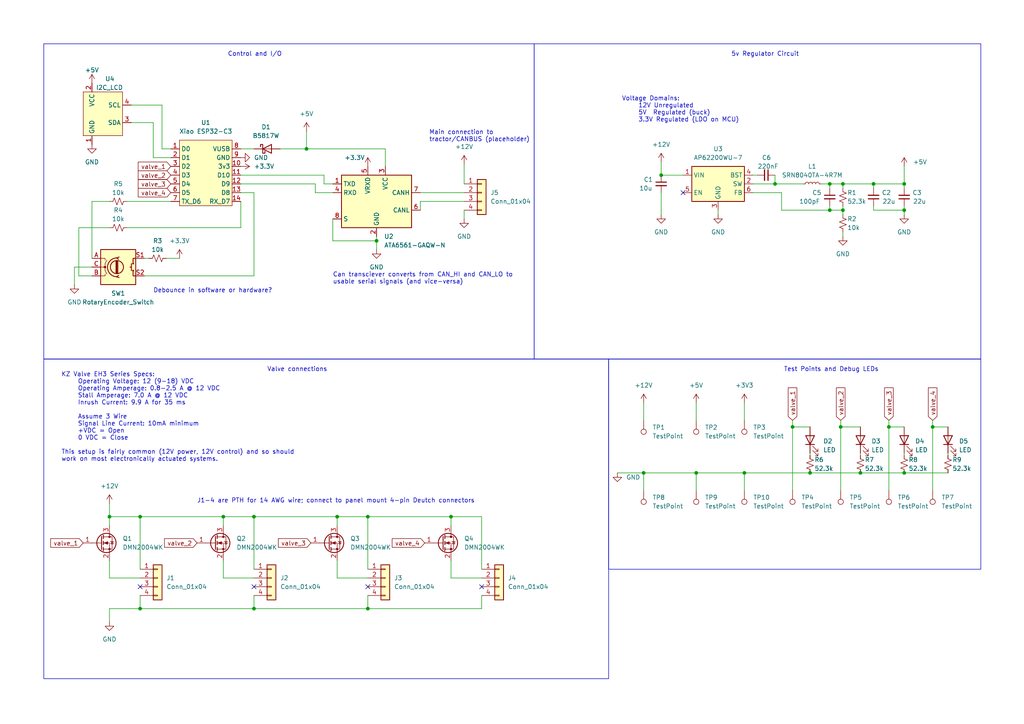
<source format=kicad_sch>
(kicad_sch (version 20230121) (generator eeschema)
  (paper "A4")
  (lib_symbols
    (symbol "Connector:TestPoint" (pin_numbers hide) (pin_names (offset 0.762) hide)
      (property "Reference" "TP" (at 0 6.858 0))
      (property "Value" "TestPoint" (at 0 5.08 0))
      (symbol "TestPoint_0_1"
        (circle (center 0 3.302) (radius 0.762))
      )
      (symbol "TestPoint_1_1"
        (pin passive line (at 0 0 90) (length 2.54) (name "1") (number "1"))
      )
    )
    (symbol "Connector_Generic:Conn_01x04" (pin_names (offset 1.016) hide)
      (property "Reference" "J" (at 0 5.08 0))
      (property "Value" "Conn_01x04" (at 0 -7.62 0))
      (symbol "Conn_01x04_1_1"
        (rectangle (start -1.27 -4.953) (end 0 -5.207) (stroke (width 0.1524)))
        (rectangle (start -1.27 -2.413) (end 0 -2.667) (stroke (width 0.1524)))
        (rectangle (start -1.27 0.127) (end 0 -0.127) (stroke (width 0.1524)))
        (rectangle (start -1.27 2.667) (end 0 2.413) (stroke (width 0.1524)))
        (rectangle (start -1.27 3.81) (end 1.27 -6.35) (stroke (width 0.254)) (fill (type background)))
        (pin passive line (at -5.08 2.54 0) (length 3.81) (name "Pin_1") (number "1"))
        (pin passive line (at -5.08 0 0) (length 3.81) (name "Pin_2") (number "2"))
        (pin passive line (at -5.08 -2.54 0) (length 3.81) (name "Pin_3") (number "3"))
        (pin passive line (at -5.08 -5.08 0) (length 3.81) (name "Pin_4") (number "4"))
      )
    )
    (symbol "Device:C_Small" (pin_numbers hide) (pin_names (offset 0.254) hide)
      (property "Reference" "C" (at 0.254 1.778 0))
      (property "Value" "C_Small" (at 0.254 -2.032 0))
      (symbol "C_Small_0_1"
        (polyline (pts (xy -1.524 -0.508) (xy 1.524 -0.508)) (stroke (width 0.3302)))
        (polyline (pts (xy -1.524 0.508) (xy 1.524 0.508)) (stroke (width 0.3048)))
      )
      (symbol "C_Small_1_1"
        (pin passive line (at 0 2.54 270) (length 2.032) (name "~") (number "1"))
        (pin passive line (at 0 -2.54 90) (length 2.032) (name "~") (number "2"))
      )
    )
    (symbol "Device:LED" (pin_numbers hide) (pin_names (offset 1.016) hide)
      (property "Reference" "D" (at 0 2.54 0))
      (property "Value" "LED" (at 0 -2.54 0))
      (symbol "LED_0_1"
        (polyline (pts (xy -1.27 -1.27) (xy -1.27 1.27)) (stroke (width 0.254)))
        (polyline (pts (xy -1.27 0) (xy 1.27 0)))
        (polyline (pts (xy 1.27 -1.27) (xy 1.27 1.27) (xy -1.27 0) (xy 1.27 -1.27)) (stroke (width 0.254)))
        (polyline (pts (xy -3.048 -0.762) (xy -4.572 -2.286) (xy -3.81 -2.286) (xy -4.572 -2.286) (xy -4.572 -1.524)))
        (polyline (pts (xy -1.778 -0.762) (xy -3.302 -2.286) (xy -2.54 -2.286) (xy -3.302 -2.286) (xy -3.302 -1.524)))
      )
      (symbol "LED_1_1"
        (pin passive line (at -3.81 0 0) (length 2.54) (name "K") (number "1"))
        (pin passive line (at 3.81 0 180) (length 2.54) (name "A") (number "2"))
      )
    )
    (symbol "Device:L_Small" (pin_numbers hide) (pin_names (offset 0.254) hide)
      (property "Reference" "L" (at 0.762 1.016 0))
      (property "Value" "L_Small" (at 0.762 -1.016 0))
      (symbol "L_Small_0_1"
        (arc (start 0 -2.032) (mid 0.5058 -1.524) (end 0 -1.016))
        (arc (start 0 -1.016) (mid 0.5058 -0.508) (end 0 0))
        (arc (start 0 0) (mid 0.5058 0.508) (end 0 1.016))
        (arc (start 0 1.016) (mid 0.5058 1.524) (end 0 2.032))
      )
      (symbol "L_Small_1_1"
        (pin passive line (at 0 2.54 270) (length 0.508) (name "~") (number "1"))
        (pin passive line (at 0 -2.54 90) (length 0.508) (name "~") (number "2"))
      )
    )
    (symbol "Device:R_Small_US" (pin_numbers hide) (pin_names (offset 0.254) hide)
      (property "Reference" "R" (at 0.762 0.508 0))
      (property "Value" "R_Small_US" (at 0.762 -1.016 0))
      (symbol "R_Small_US_1_1"
        (polyline (pts (xy 0 0) (xy 1.016 -0.381) (xy 0 -0.762) (xy -1.016 -1.143) (xy 0 -1.524)))
        (polyline (pts (xy 0 1.524) (xy 1.016 1.143) (xy 0 0.762) (xy -1.016 0.381) (xy 0 0)))
        (pin passive line (at 0 2.54 270) (length 1.016) (name "~") (number "1"))
        (pin passive line (at 0 -2.54 90) (length 1.016) (name "~") (number "2"))
      )
    )
    (symbol "Device:RotaryEncoder_Switch" (pin_names (offset 0.254) hide)
      (property "Reference" "SW" (at 0 6.604 0))
      (property "Value" "RotaryEncoder_Switch" (at 0 -6.604 0))
      (symbol "RotaryEncoder_Switch_0_1"
        (rectangle (start -5.08 5.08) (end 5.08 -5.08) (stroke (width 0.254)) (fill (type background)))
        (circle (center -3.81 0) (radius 0.254) (fill (type outline)))
        (circle (center -0.381 0) (radius 1.905) (stroke (width 0.254)))
        (arc (start -0.381 2.667) (mid -3.0988 -0.0635) (end -0.381 -2.794) (stroke (width 0.254)))
        (polyline (pts (xy -0.635 -1.778) (xy -0.635 1.778)) (stroke (width 0.254)))
        (polyline (pts (xy -0.381 -1.778) (xy -0.381 1.778)) (stroke (width 0.254)))
        (polyline (pts (xy -0.127 1.778) (xy -0.127 -1.778)) (stroke (width 0.254)))
        (polyline (pts (xy 3.81 0) (xy 3.429 0)) (stroke (width 0.254)))
        (polyline (pts (xy 3.81 1.016) (xy 3.81 -1.016)) (stroke (width 0.254)))
        (polyline (pts (xy -5.08 -2.54) (xy -3.81 -2.54) (xy -3.81 -2.032)))
        (polyline (pts (xy -5.08 2.54) (xy -3.81 2.54) (xy -3.81 2.032)))
        (polyline (pts (xy 0.254 -3.048) (xy -0.508 -2.794) (xy 0.127 -2.413)) (stroke (width 0.254)))
        (polyline (pts (xy 0.254 2.921) (xy -0.508 2.667) (xy 0.127 2.286)) (stroke (width 0.254)))
        (polyline (pts (xy 5.08 -2.54) (xy 4.318 -2.54) (xy 4.318 -1.016)) (stroke (width 0.254)))
        (polyline (pts (xy 5.08 2.54) (xy 4.318 2.54) (xy 4.318 1.016)) (stroke (width 0.254)))
        (polyline (pts (xy -5.08 0) (xy -3.81 0) (xy -3.81 -1.016) (xy -3.302 -2.032)))
        (polyline (pts (xy -4.318 0) (xy -3.81 0) (xy -3.81 1.016) (xy -3.302 2.032)))
        (circle (center 4.318 -1.016) (radius 0.127) (stroke (width 0.254)))
        (circle (center 4.318 1.016) (radius 0.127) (stroke (width 0.254)))
      )
      (symbol "RotaryEncoder_Switch_1_1"
        (pin passive line (at -7.62 2.54 0) (length 2.54) (name "A") (number "A"))
        (pin passive line (at -7.62 -2.54 0) (length 2.54) (name "B") (number "B"))
        (pin passive line (at -7.62 0 0) (length 2.54) (name "C") (number "C"))
        (pin passive line (at 7.62 2.54 180) (length 2.54) (name "S1") (number "S1"))
        (pin passive line (at 7.62 -2.54 180) (length 2.54) (name "S2") (number "S2"))
      )
    )
    (symbol "Diode:1N5817" (pin_numbers hide) (pin_names (offset 1.016) hide)
      (property "Reference" "D" (at 0 2.54 0))
      (property "Value" "1N5817" (at 0 -2.54 0))
      (symbol "1N5817_0_1"
        (polyline (pts (xy 1.27 0) (xy -1.27 0)))
        (polyline (pts (xy 1.27 1.27) (xy 1.27 -1.27) (xy -1.27 0) (xy 1.27 1.27)) (stroke (width 0.254)))
        (polyline (pts (xy -1.905 0.635) (xy -1.905 1.27) (xy -1.27 1.27) (xy -1.27 -1.27) (xy -0.635 -1.27) (xy -0.635 -0.635)) (stroke (width 0.254)))
      )
      (symbol "1N5817_1_1"
        (pin passive line (at -3.81 0 0) (length 2.54) (name "K") (number "1"))
        (pin passive line (at 3.81 0 180) (length 2.54) (name "A") (number "2"))
      )
    )
    (symbol "Imported_Parts:I2C_LCD"
      (property "Reference" "U" (at 0 7.62 0))
      (symbol "I2C_LCD_1_1"
        (rectangle (start -5.08 6.35) (end 6.35 -6.35) (fill (type background)))
        (pin power_in line (at -2.54 -8.89 90) (length 2.54) (name "GND") (number "1"))
        (pin power_in line (at -2.54 8.89 270) (length 2.54) (name "VCC") (number "2"))
        (pin bidirectional line (at 8.89 -2.54 180) (length 2.54) (name "SDA") (number "3"))
        (pin bidirectional line (at 8.89 2.54 180) (length 2.54) (name "SCL") (number "4"))
      )
    )
    (symbol "Imported_Parts:XIAO_ESP32-C3"
      (property "Reference" "U" (at 0 2.54 0))
      (property "Value" "Xiao ESP32-C3" (at 0 0 0))
      (symbol "XIAO_ESP32-C3_1_1"
        (rectangle (start -7.62 -1.27) (end 7.62 -20.32) (fill (type background)))
        (pin bidirectional line (at -10.16 -3.81 0) (length 2.54) (name "D0") (number "1"))
        (pin bidirectional line (at 10.16 -8.89 180) (length 2.54) (name "3v3") (number "10"))
        (pin bidirectional line (at 10.16 -11.43 180) (length 2.54) (name "D10") (number "11"))
        (pin bidirectional line (at 10.16 -13.97 180) (length 2.54) (name "D9") (number "12"))
        (pin bidirectional line (at 10.16 -16.51 180) (length 2.54) (name "D8") (number "13"))
        (pin bidirectional line (at 10.16 -19.05 180) (length 2.54) (name "RX_D7") (number "14"))
        (pin bidirectional line (at -10.16 -6.35 0) (length 2.54) (name "D1") (number "2"))
        (pin bidirectional line (at -10.16 -8.89 0) (length 2.54) (name "D2") (number "3"))
        (pin bidirectional line (at -10.16 -11.43 0) (length 2.54) (name "D3") (number "4"))
        (pin bidirectional line (at -10.16 -13.97 0) (length 2.54) (name "D4") (number "5"))
        (pin bidirectional line (at -10.16 -16.51 0) (length 2.54) (name "D5") (number "6"))
        (pin bidirectional line (at -10.16 -19.05 0) (length 2.54) (name "TX_D6") (number "7"))
        (pin bidirectional line (at 10.16 -3.81 180) (length 2.54) (name "VUSB") (number "8"))
        (pin bidirectional line (at 10.16 -6.35 180) (length 2.54) (name "GND") (number "9"))
      )
    )
    (symbol "Interface_CAN_LIN:SN65HVD256D"
      (property "Reference" "U" (at -8.89 8.89 0))
      (property "Value" "SN65HVD256D" (at 2.54 8.89 0))
      (symbol "SN65HVD256D_0_1"
        (rectangle (start -10.16 7.62) (end 10.16 -7.62) (stroke (width 0.254)) (fill (type background)))
      )
      (symbol "SN65HVD256D_1_1"
        (pin input line (at -12.7 5.08 0) (length 2.54) (name "TXD") (number "1"))
        (pin power_in line (at 0 -10.16 90) (length 2.54) (name "GND") (number "2"))
        (pin power_in line (at 2.54 10.16 270) (length 2.54) (name "VCC") (number "3"))
        (pin output line (at -12.7 2.54 0) (length 2.54) (name "RXD") (number "4"))
        (pin power_in line (at -2.54 10.16 270) (length 2.54) (name "VRXD") (number "5"))
        (pin bidirectional line (at 12.7 -2.54 180) (length 2.54) (name "CANL") (number "6"))
        (pin bidirectional line (at 12.7 2.54 180) (length 2.54) (name "CANH") (number "7"))
        (pin input line (at -12.7 -5.08 0) (length 2.54) (name "S") (number "8"))
      )
    )
    (symbol "Regulator_Switching:AP62250Z6"
      (property "Reference" "U3" (at 0 10.16 0))
      (property "Value" "AP62200WU-7" (at 0 7.62 0))
      (symbol "AP62250Z6_0_1"
        (rectangle (start -7.62 5.08) (end 7.62 -5.08) (stroke (width 0.254)) (fill (type background)))
      )
      (symbol "AP62250Z6_1_1"
        (pin power_in line (at -10.16 2.54 0) (length 2.54) (name "VIN") (number "1"))
        (pin output line (at 10.16 0 180) (length 2.54) (name "SW") (number "2"))
        (pin power_in line (at 0 -7.62 90) (length 2.54) (name "GND") (number "3"))
        (pin passive line (at 10.16 2.54 180) (length 2.54) (name "BST") (number "4"))
        (pin input line (at -10.16 -2.54 0) (length 2.54) (name "EN") (number "5"))
        (pin input line (at 10.16 -2.54 180) (length 2.54) (name "FB") (number "6"))
      )
    )
    (symbol "Transistor_FET:2N7002H" (pin_names hide)
      (property "Reference" "Q" (at 5.08 1.905 0))
      (property "Value" "2N7002H" (at 5.08 0 0))
      (symbol "2N7002H_0_1"
        (polyline (pts (xy 0.254 0) (xy -2.54 0)))
        (polyline (pts (xy 0.254 1.905) (xy 0.254 -1.905)) (stroke (width 0.254)))
        (polyline (pts (xy 0.762 -1.27) (xy 0.762 -2.286)) (stroke (width 0.254)))
        (polyline (pts (xy 0.762 0.508) (xy 0.762 -0.508)) (stroke (width 0.254)))
        (polyline (pts (xy 0.762 2.286) (xy 0.762 1.27)) (stroke (width 0.254)))
        (polyline (pts (xy 2.54 2.54) (xy 2.54 1.778)))
        (polyline (pts (xy 2.54 -2.54) (xy 2.54 0) (xy 0.762 0)))
        (polyline (pts (xy 0.762 -1.778) (xy 3.302 -1.778) (xy 3.302 1.778) (xy 0.762 1.778)))
        (polyline (pts (xy 1.016 0) (xy 2.032 0.381) (xy 2.032 -0.381) (xy 1.016 0)) (fill (type outline)))
        (polyline (pts (xy 2.794 0.508) (xy 2.921 0.381) (xy 3.683 0.381) (xy 3.81 0.254)))
        (polyline (pts (xy 3.302 0.381) (xy 2.921 -0.254) (xy 3.683 -0.254) (xy 3.302 0.381)))
        (circle (center 1.651 0) (radius 2.794) (stroke (width 0.254)))
        (circle (center 2.54 -1.778) (radius 0.254) (fill (type outline)))
        (circle (center 2.54 1.778) (radius 0.254) (fill (type outline)))
      )
      (symbol "2N7002H_1_1"
        (pin input line (at -5.08 0 0) (length 2.54) (name "G") (number "1"))
        (pin passive line (at 2.54 -5.08 90) (length 2.54) (name "S") (number "2"))
        (pin passive line (at 2.54 5.08 270) (length 2.54) (name "D") (number "3"))
      )
    )
    (symbol "power:+12V" (power) (pin_names (offset 0))
      (property "Value" "+12V" (at 0 3.556 0))
      (symbol "+12V_0_1"
        (polyline (pts (xy -0.762 1.27) (xy 0 2.54)))
        (polyline (pts (xy 0 0) (xy 0 2.54)))
        (polyline (pts (xy 0 2.54) (xy 0.762 1.27)))
      )
      (symbol "+12V_1_1"
        (pin power_in line (at 0 0 90) (length 0) hide (name "+12V") (number "1"))
      )
    )
    (symbol "power:+3.3V" (power) (pin_names (offset 0))
      (property "Value" "+3.3V" (at 0 3.556 0))
      (symbol "+3.3V_0_1"
        (polyline (pts (xy -0.762 1.27) (xy 0 2.54)))
        (polyline (pts (xy 0 0) (xy 0 2.54)))
        (polyline (pts (xy 0 2.54) (xy 0.762 1.27)))
      )
      (symbol "+3.3V_1_1"
        (pin power_in line (at 0 0 90) (length 0) hide (name "+3.3V") (number "1"))
      )
    )
    (symbol "power:+3V3" (power) (pin_names (offset 0))
      (property "Value" "+3V3" (at 0 3.556 0))
      (symbol "+3V3_0_1"
        (polyline (pts (xy -0.762 1.27) (xy 0 2.54)))
        (polyline (pts (xy 0 0) (xy 0 2.54)))
        (polyline (pts (xy 0 2.54) (xy 0.762 1.27)))
      )
      (symbol "+3V3_1_1"
        (pin power_in line (at 0 0 90) (length 0) hide (name "+3V3") (number "1"))
      )
    )
    (symbol "power:+5V" (power) (pin_names (offset 0))
      (property "Value" "+5V" (at 0 3.556 0))
      (symbol "+5V_0_1"
        (polyline (pts (xy -0.762 1.27) (xy 0 2.54)))
        (polyline (pts (xy 0 0) (xy 0 2.54)))
        (polyline (pts (xy 0 2.54) (xy 0.762 1.27)))
      )
      (symbol "+5V_1_1"
        (pin power_in line (at 0 0 90) (length 0) hide (name "+5V") (number "1"))
      )
    )
    (symbol "power:GND" (power) (pin_names (offset 0))
      (property "Value" "GND" (at 0 -3.81 0))
      (symbol "GND_0_1"
        (polyline (pts (xy 0 0) (xy 0 -1.27) (xy 1.27 -1.27) (xy 0 -2.54) (xy -1.27 -1.27) (xy 0 -1.27)))
      )
      (symbol "GND_1_1"
        (pin power_in line (at 0 0 270) (length 0) hide (name "GND") (number "1"))
      )
    )
  )
  (junction (at 215.9 137.16))
  (junction (at 240.665 53.34))
  (junction (at 40.64 176.53))
  (junction (at 234.95 137.16))
  (junction (at 64.77 149.86))
  (junction (at 106.68 176.53))
  (junction (at 262.255 53.34))
  (junction (at 262.255 60.96))
  (junction (at 240.665 60.96))
  (junction (at 106.68 149.86))
  (junction (at 270.51 123.825))
  (junction (at 31.75 149.86))
  (junction (at 191.77 50.8))
  (junction (at 40.64 149.86))
  (junction (at 130.81 149.86))
  (junction (at 244.475 53.34))
  (junction (at 109.22 69.85))
  (junction (at 88.9 43.18))
  (junction (at 97.79 149.86))
  (junction (at 253.365 53.34))
  (junction (at 224.79 53.34))
  (junction (at 229.87 123.825))
  (junction (at 73.66 149.86))
  (junction (at 243.84 123.825))
  (junction (at 73.66 176.53))
  (junction (at 186.69 137.16))
  (junction (at 244.475 60.96))
  (junction (at 262.255 137.16))
  (junction (at 257.81 123.825))
  (junction (at 249.555 137.16))
  (junction (at 201.93 137.16))
  (no_connect (at 40.64 170.18))
  (no_connect (at 73.66 170.18))
  (no_connect (at 106.68 170.18))
  (no_connect (at 139.7 170.18))
  (no_connect (at 198.12 55.88))
  (wire (pts (xy 97.79 149.86) (xy 106.68 149.86)))
  (wire (pts (xy 270.51 123.825) (xy 270.51 121.92)))
  (wire (pts (xy 253.365 53.34) (xy 262.255 53.34)))
  (wire (pts (xy 240.665 53.34) (xy 244.475 53.34)))
  (wire (pts (xy 270.51 142.24) (xy 270.51 123.825)))
  (wire (pts (xy 262.255 53.34) (xy 262.255 54.61)))
  (wire (pts (xy 36.83 66.04) (xy 69.85 66.04)))
  (wire (pts (xy 243.84 142.24) (xy 243.84 123.825)))
  (wire (pts (xy 96.52 69.85) (xy 109.22 69.85)))
  (wire (pts (xy 240.665 53.34) (xy 240.665 54.61)))
  (wire (pts (xy 130.81 149.86) (xy 139.7 149.86)))
  (wire (pts (xy 88.9 43.18) (xy 111.76 43.18)))
  (wire (pts (xy 130.81 162.56) (xy 130.81 167.64)))
  (wire (pts (xy 40.64 176.53) (xy 73.66 176.53)))
  (wire (pts (xy 44.45 45.72) (xy 49.53 45.72)))
  (wire (pts (xy 73.66 55.88) (xy 73.66 80.01)))
  (wire (pts (xy 257.81 123.825) (xy 257.81 121.92)))
  (wire (pts (xy 215.9 137.16) (xy 215.9 142.24)))
  (wire (pts (xy 44.45 35.56) (xy 44.45 45.72)))
  (wire (pts (xy 31.75 149.86) (xy 40.64 149.86)))
  (wire (pts (xy 69.85 43.18) (xy 73.66 43.18)))
  (wire (pts (xy 186.69 137.16) (xy 186.69 142.24)))
  (wire (pts (xy 31.75 180.34) (xy 31.75 176.53)))
  (wire (pts (xy 191.77 55.88) (xy 191.77 62.23)))
  (wire (pts (xy 64.77 162.56) (xy 64.77 167.64)))
  (wire (pts (xy 244.475 53.34) (xy 253.365 53.34)))
  (wire (pts (xy 257.81 142.24) (xy 257.81 123.825)))
  (wire (pts (xy 46.99 43.18) (xy 49.53 43.18)))
  (wire (pts (xy 253.365 60.96) (xy 262.255 60.96)))
  (wire (pts (xy 111.76 43.18) (xy 111.76 48.26)))
  (wire (pts (xy 31.75 167.64) (xy 40.64 167.64)))
  (wire (pts (xy 186.69 116.84) (xy 186.69 121.92)))
  (wire (pts (xy 191.77 50.8) (xy 198.12 50.8)))
  (wire (pts (xy 226.695 55.88) (xy 226.695 60.96)))
  (wire (pts (xy 26.67 80.01) (xy 22.86 80.01)))
  (wire (pts (xy 73.66 80.01) (xy 41.91 80.01)))
  (wire (pts (xy 208.28 62.23) (xy 208.28 60.96)))
  (wire (pts (xy 238.125 53.34) (xy 240.665 53.34)))
  (wire (pts (xy 240.665 60.96) (xy 244.475 60.96)))
  (wire (pts (xy 130.81 149.86) (xy 130.81 152.4)))
  (wire (pts (xy 38.1 35.56) (xy 44.45 35.56)))
  (wire (pts (xy 229.87 123.825) (xy 234.95 123.825)))
  (wire (pts (xy 106.68 176.53) (xy 106.68 172.72)))
  (wire (pts (xy 218.44 53.34) (xy 224.79 53.34)))
  (wire (pts (xy 73.66 176.53) (xy 106.68 176.53)))
  (wire (pts (xy 262.255 48.26) (xy 262.255 53.34)))
  (wire (pts (xy 40.64 176.53) (xy 40.64 172.72)))
  (wire (pts (xy 218.44 55.88) (xy 226.695 55.88)))
  (wire (pts (xy 229.87 142.24) (xy 229.87 123.825)))
  (wire (pts (xy 201.93 116.84) (xy 201.93 121.92)))
  (wire (pts (xy 244.475 67.31) (xy 244.475 68.58)))
  (wire (pts (xy 106.68 149.86) (xy 106.68 165.1)))
  (wire (pts (xy 186.69 137.16) (xy 201.93 137.16)))
  (wire (pts (xy 88.9 38.1) (xy 88.9 43.18)))
  (wire (pts (xy 31.75 149.86) (xy 31.75 152.4)))
  (wire (pts (xy 91.44 53.34) (xy 69.85 53.34)))
  (wire (pts (xy 97.79 167.64) (xy 106.68 167.64)))
  (wire (pts (xy 262.255 60.96) (xy 262.255 59.69)))
  (wire (pts (xy 134.62 47.625) (xy 134.62 53.34)))
  (wire (pts (xy 93.98 53.34) (xy 96.52 53.34)))
  (wire (pts (xy 121.92 58.42) (xy 121.92 60.96)))
  (wire (pts (xy 26.67 58.42) (xy 31.75 58.42)))
  (wire (pts (xy 52.07 74.93) (xy 48.26 74.93)))
  (wire (pts (xy 234.95 137.16) (xy 249.555 137.16)))
  (wire (pts (xy 22.86 66.04) (xy 31.75 66.04)))
  (wire (pts (xy 73.66 176.53) (xy 73.66 172.72)))
  (wire (pts (xy 257.81 123.825) (xy 262.255 123.825)))
  (wire (pts (xy 191.77 46.99) (xy 191.77 50.8)))
  (wire (pts (xy 244.475 60.96) (xy 244.475 62.23)))
  (wire (pts (xy 226.695 60.96) (xy 240.665 60.96)))
  (wire (pts (xy 249.555 131.445) (xy 249.555 132.08)))
  (wire (pts (xy 253.365 53.34) (xy 253.365 54.61)))
  (wire (pts (xy 121.92 58.42) (xy 134.62 58.42)))
  (wire (pts (xy 240.665 60.96) (xy 240.665 59.69)))
  (wire (pts (xy 69.85 50.8) (xy 93.98 50.8)))
  (wire (pts (xy 91.44 55.88) (xy 91.44 53.34)))
  (wire (pts (xy 31.75 176.53) (xy 40.64 176.53)))
  (wire (pts (xy 64.77 167.64) (xy 73.66 167.64)))
  (wire (pts (xy 262.255 131.445) (xy 262.255 132.08)))
  (wire (pts (xy 97.79 162.56) (xy 97.79 167.64)))
  (wire (pts (xy 64.77 149.86) (xy 73.66 149.86)))
  (wire (pts (xy 109.22 68.58) (xy 109.22 69.85)))
  (wire (pts (xy 218.44 50.8) (xy 219.71 50.8)))
  (wire (pts (xy 106.68 149.86) (xy 130.81 149.86)))
  (wire (pts (xy 215.9 137.16) (xy 234.95 137.16)))
  (wire (pts (xy 234.95 131.445) (xy 234.95 132.08)))
  (wire (pts (xy 81.28 43.18) (xy 88.9 43.18)))
  (wire (pts (xy 73.66 149.86) (xy 73.66 165.1)))
  (wire (pts (xy 46.99 30.48) (xy 46.99 43.18)))
  (wire (pts (xy 215.9 116.84) (xy 215.9 121.92)))
  (wire (pts (xy 73.66 149.86) (xy 97.79 149.86)))
  (wire (pts (xy 270.51 123.825) (xy 274.955 123.825)))
  (wire (pts (xy 130.81 167.64) (xy 139.7 167.64)))
  (wire (pts (xy 262.255 137.16) (xy 274.955 137.16)))
  (wire (pts (xy 38.1 30.48) (xy 46.99 30.48)))
  (wire (pts (xy 96.52 55.88) (xy 91.44 55.88)))
  (wire (pts (xy 249.555 137.16) (xy 262.255 137.16)))
  (wire (pts (xy 26.67 74.93) (xy 26.67 58.42)))
  (wire (pts (xy 244.475 53.34) (xy 244.475 54.61)))
  (wire (pts (xy 31.75 162.56) (xy 31.75 167.64)))
  (wire (pts (xy 106.68 176.53) (xy 139.7 176.53)))
  (wire (pts (xy 26.67 77.47) (xy 21.59 77.47)))
  (wire (pts (xy 31.75 146.05) (xy 31.75 149.86)))
  (wire (pts (xy 139.7 176.53) (xy 139.7 172.72)))
  (wire (pts (xy 109.22 69.85) (xy 109.22 72.39)))
  (wire (pts (xy 244.475 60.96) (xy 244.475 59.69)))
  (wire (pts (xy 229.87 123.825) (xy 229.87 121.92)))
  (wire (pts (xy 64.77 149.86) (xy 64.77 152.4)))
  (wire (pts (xy 134.62 60.96) (xy 134.62 63.5)))
  (wire (pts (xy 36.83 58.42) (xy 49.53 58.42)))
  (wire (pts (xy 274.955 131.445) (xy 274.955 132.08)))
  (wire (pts (xy 121.92 55.88) (xy 134.62 55.88)))
  (wire (pts (xy 96.52 63.5) (xy 96.52 69.85)))
  (wire (pts (xy 224.79 53.34) (xy 233.045 53.34)))
  (wire (pts (xy 69.85 55.88) (xy 73.66 55.88)))
  (wire (pts (xy 40.64 149.86) (xy 40.64 165.1)))
  (wire (pts (xy 224.79 53.34) (xy 224.79 50.8)))
  (wire (pts (xy 139.7 165.1) (xy 139.7 149.86)))
  (wire (pts (xy 21.59 77.47) (xy 21.59 82.55)))
  (wire (pts (xy 22.86 80.01) (xy 22.86 66.04)))
  (wire (pts (xy 253.365 59.69) (xy 253.365 60.96)))
  (wire (pts (xy 41.91 74.93) (xy 43.18 74.93)))
  (wire (pts (xy 40.64 149.86) (xy 64.77 149.86)))
  (wire (pts (xy 201.93 137.16) (xy 201.93 142.24)))
  (wire (pts (xy 201.93 137.16) (xy 215.9 137.16)))
  (wire (pts (xy 179.07 137.16) (xy 186.69 137.16)))
  (wire (pts (xy 243.84 123.825) (xy 249.555 123.825)))
  (wire (pts (xy 97.79 149.86) (xy 97.79 152.4)))
  (wire (pts (xy 243.84 123.825) (xy 243.84 121.92)))
  (wire (pts (xy 262.255 60.96) (xy 262.255 62.23)))
  (wire (pts (xy 93.98 50.8) (xy 93.98 53.34)))
  (wire (pts (xy 69.85 66.04) (xy 69.85 58.42)))
  (rectangle (start 12.7 104.14) (end 176.53 196.85))
  (rectangle (start 12.7 12.7) (end 154.94 104.14))
  (rectangle (start 154.94 12.7) (end 284.48 104.14))
  (rectangle (start 176.53 104.14) (end 284.48 165.1))
  (text "Debounce in software or hardware?\n" (at 44.45 85.09 0) (effects (font (size 1.27 1.27)) (justify left bottom)))
  (text "Valve connections\n" (at 77.47 107.95 0) (effects (font (size 1.27 1.27)) (justify left bottom)))
  (text "5v Regulator Circuit" (at 212.09 16.51 0) (effects (font (size 1.27 1.27)) (justify left bottom)))
  (text "KZ Valve EH3 Series Specs:\n	Operating Voltage: 12 (9-18) VDC\n	Operating Amperage: 0.8-2.5 A @ 12 VDC\n	Stall Amperage: 7.0 A @ 12 VDC\n	Inrush Current: 9.9 A for 35 ms\n\n	Assume 3 Wire\n	Signal Line Current: 10mA minimum\n	+VDC = Open\n	0 VDC = Close\n\nThis setup is fairly common (12V power, 12V control) and so should\nwork on most electronically actuated systems." (at 17.78 133.985 0) (effects (font (size 1.27 1.27)) (justify left bottom)))
  (text "Control and I/O" (at 66.04 16.51 0) (effects (font (size 1.27 1.27)) (justify left bottom)))
  (text "Voltage Domains:\n	12V Unregulated\n	5V  Regulated (buck)\n	3.3V Regulated (LDO on MCU)" (at 180.34 35.56 0) (effects (font (size 1.27 1.27)) (justify left bottom)))
  (text "Can transciever converts from CAN_HI and CAN_LO to\nusable serial signals (and vice-versa)" (at 96.52 82.55 0) (effects (font (size 1.27 1.27)) (justify left bottom)))
  (text "Main connection to\ntractor/CANBUS (placeholder)" (at 124.46 41.275 0) (effects (font (size 1.27 1.27)) (justify left bottom)))
  (text "J1-4 are PTH for 14 AWG wire; connect to panel mount 4-pin Deutch connectors" (at 57.15 146.05 0) (effects (font (size 1.27 1.27)) (justify left bottom)))
  (text "Test Points and Debug LEDs" (at 227.33 107.95 0) (effects (font (size 1.27 1.27)) (justify left bottom)))
  (global_label "valve_3" (shape input) (at 49.53 53.34 180) (property "Intersheetrefs" "${INTERSHEET_REFS}" (effects hide)))
  (global_label "valve_2" (shape input) (at 243.84 121.92 90) (property "Intersheetrefs" "${INTERSHEET_REFS}" (effects hide)))
  (global_label "valve_1" (shape input) (at 24.13 157.48 180) (property "Intersheetrefs" "${INTERSHEET_REFS}" (effects hide)))
  (global_label "valve_1" (shape input) (at 229.87 121.92 90) (property "Intersheetrefs" "${INTERSHEET_REFS}" (effects hide)))
  (global_label "valve_3" (shape input) (at 90.17 157.48 180) (property "Intersheetrefs" "${INTERSHEET_REFS}" (effects hide)))
  (global_label "valve_1" (shape input) (at 49.53 48.26 180) (property "Intersheetrefs" "${INTERSHEET_REFS}" (effects hide)))
  (global_label "valve_2" (shape input) (at 49.53 50.8 180) (property "Intersheetrefs" "${INTERSHEET_REFS}" (effects hide)))
  (global_label "valve_4" (shape input) (at 270.51 121.92 90) (property "Intersheetrefs" "${INTERSHEET_REFS}" (effects hide)))
  (global_label "valve_4" (shape input) (at 123.19 157.48 180) (property "Intersheetrefs" "${INTERSHEET_REFS}" (effects hide)))
  (global_label "valve_4" (shape input) (at 49.53 55.88 180) (property "Intersheetrefs" "${INTERSHEET_REFS}" (effects hide)))
  (global_label "valve_2" (shape input) (at 57.15 157.48 180) (property "Intersheetrefs" "${INTERSHEET_REFS}" (effects hide)))
  (global_label "valve_3" (shape input) (at 257.81 121.92 90) (property "Intersheetrefs" "${INTERSHEET_REFS}" (effects hide)))
  (symbol (lib_id "power:+12V") (at 186.69 116.84 0) (unit 1)
    (property "Reference" "#PWR016" (effects hide))
    (property "Value" "+12V" (at 186.69 111.76 0))
  )
  (symbol (lib_id "Device:R_Small_US") (at 34.29 58.42 90) (unit 1)
    (property "Reference" "R5" (at 34.29 53.34 90))
    (property "Value" "10k" (at 34.29 55.88 90))
    (property "Footprint" "Resistor_SMD:R_1206_3216Metric_Pad1.30x1.75mm_HandSolder" (effects hide))
  )
  (symbol (lib_id "power:+5V") (at 201.93 116.84 0) (unit 1)
    (property "Reference" "#PWR017" (effects hide))
    (property "Value" "+5V" (at 201.93 111.76 0))
  )
  (symbol (lib_id "power:GND") (at 191.77 62.23 0) (unit 1)
    (property "Reference" "#PWR04" (effects hide))
    (property "Value" "GND" (at 191.77 67.31 0))
  )
  (symbol (lib_id "Device:C_Small") (at 191.77 53.34 0) (unit 1)
    (property "Reference" "C1" (at 186.69 52.07 0) (effects (justify left)))
    (property "Value" "10u" (at 185.42 54.61 0) (effects (justify left)))
    (property "Footprint" "Capacitor_SMD:C_0805_2012Metric_Pad1.18x1.45mm_HandSolder" (effects hide))
  )
  (symbol (lib_id "power:GND") (at 179.07 137.16 0) (unit 1)
    (property "Reference" "#PWR021" (effects hide))
    (property "Value" "GND" (at 181.61 138.43 0) (effects (justify left)))
  )
  (symbol (lib_id "power:GND") (at 244.475 68.58 0) (unit 1)
    (property "Reference" "#PWR06" (effects hide))
    (property "Value" "GND" (at 244.475 73.66 0))
  )
  (symbol (lib_id "power:+12V") (at 134.62 47.625 0) (unit 1)
    (property "Reference" "#PWR022" (effects hide))
    (property "Value" "+12V" (at 134.62 42.545 0))
  )
  (symbol (lib_id "power:+12V") (at 31.75 146.05 0) (unit 1)
    (property "Reference" "#PWR019" (effects hide))
    (property "Value" "+12V" (at 31.75 140.97 0))
  )
  (symbol (lib_id "power:GND") (at 69.85 45.72 90) (unit 1)
    (property "Reference" "#PWR09" (effects hide))
    (property "Value" "GND" (at 73.66 45.72 90) (effects (justify right)))
  )
  (symbol (lib_id "Device:R_Small_US") (at 45.72 74.93 90) (unit 1)
    (property "Reference" "R3" (at 45.72 69.85 90))
    (property "Value" "10k" (at 45.72 72.39 90))
    (property "Footprint" "Resistor_SMD:R_1206_3216Metric_Pad1.30x1.75mm_HandSolder" (effects hide))
  )
  (symbol (lib_id "Connector:TestPoint") (at 229.87 142.24 180) (unit 1)
    (property "Reference" "TP4" (at 232.41 144.272 0) (effects (justify right)))
    (property "Value" "TestPoint" (at 232.41 146.812 0) (effects (justify right)))
    (property "Footprint" "TestPoint:TestPoint_Pad_D2.0mm" (effects hide))
  )
  (symbol (lib_id "Connector:TestPoint") (at 186.69 121.92 180) (unit 1)
    (property "Reference" "TP1" (at 189.23 123.952 0) (effects (justify right)))
    (property "Value" "TestPoint" (at 189.23 126.492 0) (effects (justify right)))
    (property "Footprint" "TestPoint:TestPoint_Pad_D2.0mm" (effects hide))
  )
  (symbol (lib_id "power:+5V") (at 88.9 38.1 0) (unit 1)
    (property "Reference" "#PWR01" (effects hide))
    (property "Value" "+5V" (at 88.9 33.02 0))
  )
  (symbol (lib_id "power:+3.3V") (at 69.85 48.26 270) (unit 1)
    (property "Reference" "#PWR010" (effects hide))
    (property "Value" "+3.3V" (at 73.66 48.26 90) (effects (justify left)))
  )
  (symbol (lib_id "Imported_Parts:XIAO_ESP32-C3") (at 59.69 39.37 0) (unit 1)
    (property "Reference" "U1" (at 59.69 35.56 0))
    (property "Value" "Xiao ESP32-C3" (at 59.69 38.1 0))
    (property "Footprint" "Imported_Parts:XIAO ESP32-C3" (effects hide))
  )
  (symbol (lib_id "Transistor_FET:2N7002H") (at 29.21 157.48 0) (unit 1)
    (property "Reference" "Q1" (at 35.56 156.21 0) (effects (justify left)))
    (property "Value" "DMN2004WK" (at 35.56 158.75 0) (effects (justify left)))
    (property "Footprint" "Package_TO_SOT_SMD:SOT-323_SC-70" (effects hide))
    (property "Datasheet" "https://www.diodes.com/assets/Datasheets/ds30934.pdf" (effects hide))
  )
  (symbol (lib_id "power:GND") (at 134.62 63.5 0) (unit 1)
    (property "Reference" "#PWR023" (effects hide))
    (property "Value" "GND" (at 134.62 68.58 0))
  )
  (symbol (lib_id "Device:LED") (at 234.95 127.635 90) (unit 1)
    (property "Reference" "D2" (at 238.76 127.9525 90) (effects (justify right)))
    (property "Value" "LED" (at 238.76 130.4925 90) (effects (justify right)))
    (property "Footprint" "LED_THT:LED_D5.0mm" (effects hide))
  )
  (symbol (lib_id "Device:C_Small") (at 240.665 57.15 0) (unit 1)
    (property "Reference" "C5" (at 235.585 55.88 0) (effects (justify left)))
    (property "Value" "100pF" (at 231.775 58.42 0) (effects (justify left)))
    (property "Footprint" "Capacitor_SMD:C_0805_2012Metric_Pad1.18x1.45mm_HandSolder" (effects hide))
  )
  (symbol (lib_id "power:GND") (at 26.67 41.91 0) (unit 1)
    (property "Reference" "#PWR013" (effects hide))
    (property "Value" "GND" (at 26.67 46.99 0))
  )
  (symbol (lib_id "power:GND") (at 208.28 62.23 0) (unit 1)
    (property "Reference" "#PWR05" (effects hide))
    (property "Value" "GND" (at 208.28 67.31 0))
  )
  (symbol (lib_id "Device:RotaryEncoder_Switch") (at 34.29 77.47 0) (unit 1)
    (property "Reference" "SW1" (at 34.29 85.09 0))
    (property "Value" "RotaryEncoder_Switch" (at 34.29 87.63 0))
    (property "Footprint" "Imported_Parts:PEC16-4015F-S0024" (effects hide))
    (property "Datasheet" "https://www.bourns.com/docs/Product-Datasheets/pec16.pdf" (effects hide))
  )
  (symbol (lib_id "Connector:TestPoint") (at 201.93 142.24 180) (unit 1)
    (property "Reference" "TP9" (at 204.47 144.272 0) (effects (justify right)))
    (property "Value" "TestPoint" (at 204.47 146.812 0) (effects (justify right)))
    (property "Footprint" "TestPoint:TestPoint_Pad_D2.0mm" (effects hide))
  )
  (symbol (lib_id "Device:C_Small") (at 222.25 50.8 270) (unit 1)
    (property "Reference" "C6" (at 220.98 45.72 90) (effects (justify left)))
    (property "Value" "220nF" (at 219.71 48.26 90) (effects (justify left)))
    (property "Footprint" "Capacitor_SMD:C_0805_2012Metric_Pad1.18x1.45mm_HandSolder" (effects hide))
  )
  (symbol (lib_id "Connector:TestPoint") (at 186.69 142.24 180) (unit 1)
    (property "Reference" "TP8" (at 189.23 144.272 0) (effects (justify right)))
    (property "Value" "TestPoint" (at 189.23 146.812 0) (effects (justify right)))
    (property "Footprint" "TestPoint:TestPoint_Pad_D2.0mm" (effects hide))
  )
  (symbol (lib_id "Connector:TestPoint") (at 201.93 121.92 180) (unit 1)
    (property "Reference" "TP2" (at 204.47 123.952 0) (effects (justify right)))
    (property "Value" "TestPoint" (at 204.47 126.492 0) (effects (justify right)))
    (property "Footprint" "TestPoint:TestPoint_Pad_D2.0mm" (effects hide))
  )
  (symbol (lib_id "Diode:1N5817") (at 77.47 43.18 0) (unit 1)
    (property "Reference" "D1" (at 77.1525 36.83 0))
    (property "Value" "B5817W" (at 77.1525 39.37 0))
    (property "Footprint" "Diode_SMD:D_SOD-123" (effects hide))
    (property "Datasheet" "https://www.smc-diodes.com/propdf/B5817W-B5819W%20N1752%20REV.-.pdf" (effects hide))
  )
  (symbol (lib_id "power:GND") (at 262.255 62.23 0) (unit 1)
    (property "Reference" "#PWR07" (effects hide))
    (property "Value" "GND" (at 262.255 67.31 0))
  )
  (symbol (lib_id "power:+5V") (at 262.255 48.26 0) (unit 1)
    (property "Reference" "#PWR02" (effects hide))
    (property "Value" "+5V" (at 264.795 46.99 0) (effects (justify left)))
  )
  (symbol (lib_id "Device:R_Small_US") (at 274.955 134.62 0) (unit 1)
    (property "Reference" "R9" (at 276.225 133.35 0) (effects (justify left)))
    (property "Value" "52.3k" (at 276.225 135.89 0) (effects (justify left)))
    (property "Footprint" "Resistor_THT:R_Axial_DIN0204_L3.6mm_D1.6mm_P5.08mm_Horizontal" (effects hide))
  )
  (symbol (lib_id "Regulator_Switching:AP62250Z6") (at 208.28 53.34 0) (unit 1)
    (property "Reference" "U3" (at 208.28 43.18 0))
    (property "Value" "AP62200WU-7" (at 208.28 45.72 0))
    (property "Footprint" "Package_TO_SOT_SMD:SOT-563" (effects hide))
    (property "Datasheet" "https://www.diodes.com/assets/Datasheets/AP62250.pdf" (effects hide))
  )
  (symbol (lib_id "Device:R_Small_US") (at 249.555 134.62 0) (unit 1)
    (property "Reference" "R7" (at 250.825 133.35 0) (effects (justify left)))
    (property "Value" "52.3k" (at 250.825 135.89 0) (effects (justify left)))
    (property "Footprint" "Resistor_THT:R_Axial_DIN0204_L3.6mm_D1.6mm_P5.08mm_Horizontal" (effects hide))
  )
  (symbol (lib_id "power:GND") (at 109.22 72.39 0) (unit 1)
    (property "Reference" "#PWR08" (effects hide))
    (property "Value" "GND" (at 109.22 77.47 0))
  )
  (symbol (lib_id "Transistor_FET:2N7002H") (at 95.25 157.48 0) (unit 1)
    (property "Reference" "Q3" (at 101.6 156.21 0) (effects (justify left)))
    (property "Value" "DMN2004WK" (at 101.6 158.75 0) (effects (justify left)))
    (property "Footprint" "Package_TO_SOT_SMD:SOT-323_SC-70" (effects hide))
    (property "Datasheet" "https://www.diodes.com/assets/Datasheets/ds30934.pdf" (effects hide))
  )
  (symbol (lib_id "power:GND") (at 31.75 180.34 0) (unit 1)
    (property "Reference" "#PWR020" (effects hide))
    (property "Value" "GND" (at 31.75 185.42 0))
  )
  (symbol (lib_id "Connector_Generic:Conn_01x04") (at 45.72 167.64 0) (unit 1)
    (property "Reference" "J1" (at 48.26 167.64 0) (effects (justify left)))
    (property "Value" "Conn_01x04" (at 48.26 170.18 0) (effects (justify left)))
    (property "Footprint" "Imported_Parts:14 AWG 01x04" (effects hide))
  )
  (symbol (lib_id "Device:LED") (at 262.255 127.635 90) (unit 1)
    (property "Reference" "D4" (at 265.43 127.9525 90) (effects (justify right)))
    (property "Value" "LED" (at 265.43 130.4925 90) (effects (justify right)))
    (property "Footprint" "LED_THT:LED_D5.0mm" (effects hide))
  )
  (symbol (lib_id "Connector:TestPoint") (at 257.81 142.24 180) (unit 1)
    (property "Reference" "TP6" (at 260.35 144.272 0) (effects (justify right)))
    (property "Value" "TestPoint" (at 260.35 146.812 0) (effects (justify right)))
    (property "Footprint" "TestPoint:TestPoint_Pad_D2.0mm" (effects hide))
  )
  (symbol (lib_id "Connector:TestPoint") (at 215.9 121.92 180) (unit 1)
    (property "Reference" "TP3" (at 218.44 123.952 0) (effects (justify right)))
    (property "Value" "TestPoint" (at 218.44 126.492 0) (effects (justify right)))
    (property "Footprint" "TestPoint:TestPoint_Pad_D2.0mm" (effects hide))
  )
  (symbol (lib_id "power:+3.3V") (at 106.68 48.26 0) (unit 1)
    (property "Reference" "#PWR015" (effects hide))
    (property "Value" "+3.3V" (at 102.87 45.72 0))
  )
  (symbol (lib_id "Connector_Generic:Conn_01x04") (at 111.76 167.64 0) (unit 1)
    (property "Reference" "J3" (at 114.3 167.64 0) (effects (justify left)))
    (property "Value" "Conn_01x04" (at 114.3 170.18 0) (effects (justify left)))
    (property "Footprint" "Imported_Parts:14 AWG 01x04" (effects hide))
  )
  (symbol (lib_id "power:+5V") (at 26.67 24.13 0) (unit 1)
    (property "Reference" "#PWR014" (effects hide))
    (property "Value" "+5V" (at 26.67 20.32 0))
  )
  (symbol (lib_id "Device:LED") (at 274.955 127.635 90) (unit 1)
    (property "Reference" "D5" (at 278.13 127.9525 90) (effects (justify right)))
    (property "Value" "LED" (at 278.13 130.4925 90) (effects (justify right)))
    (property "Footprint" "LED_THT:LED_D5.0mm" (effects hide))
  )
  (symbol (lib_id "Device:R_Small_US") (at 234.95 134.62 0) (unit 1)
    (property "Reference" "R6" (at 236.22 133.35 0) (effects (justify left)))
    (property "Value" "52.3k" (at 236.22 135.89 0) (effects (justify left)))
    (property "Footprint" "Resistor_THT:R_Axial_DIN0204_L3.6mm_D1.6mm_P5.08mm_Horizontal" (effects hide))
  )
  (symbol (lib_id "Transistor_FET:2N7002H") (at 128.27 157.48 0) (unit 1)
    (property "Reference" "Q4" (at 134.62 156.21 0) (effects (justify left)))
    (property "Value" "DMN2004WK" (at 134.62 158.75 0) (effects (justify left)))
    (property "Footprint" "Package_TO_SOT_SMD:SOT-323_SC-70" (effects hide))
    (property "Datasheet" "https://www.diodes.com/assets/Datasheets/ds30934.pdf" (effects hide))
  )
  (symbol (lib_id "Imported_Parts:I2C_LCD") (at 29.21 33.02 0) (unit 1)
    (property "Reference" "U4" (at 30.48 22.86 0) (effects (justify left)))
    (property "Value" "I2C_LCD" (at 31.75 25.4 0))
    (property "Footprint" "Connector_PinHeader_1.00mm:PinHeader_1x06_P1.00mm_Horizontal" (effects hide))
  )
  (symbol (lib_id "Device:R_Small_US") (at 244.475 64.77 0) (unit 1)
    (property "Reference" "R2" (at 245.745 63.5 0) (effects (justify left)))
    (property "Value" "10k" (at 245.745 66.04 0) (effects (justify left)))
    (property "Footprint" "Resistor_SMD:R_1206_3216Metric_Pad1.30x1.75mm_HandSolder" (effects hide))
  )
  (symbol (lib_id "Device:C_Small") (at 262.255 57.15 180) (unit 1)
    (property "Reference" "C3" (at 267.335 55.88 0) (effects (justify left)))
    (property "Value" "22u" (at 268.605 58.42 0) (effects (justify left)))
    (property "Footprint" "Capacitor_SMD:C_0805_2012Metric_Pad1.18x1.45mm_HandSolder" (effects hide))
  )
  (symbol (lib_id "Connector:TestPoint") (at 243.84 142.24 180) (unit 1)
    (property "Reference" "TP5" (at 246.38 144.272 0) (effects (justify right)))
    (property "Value" "TestPoint" (at 246.38 146.812 0) (effects (justify right)))
    (property "Footprint" "TestPoint:TestPoint_Pad_D2.0mm" (effects hide))
  )
  (symbol (lib_id "Device:R_Small_US") (at 262.255 134.62 0) (unit 1)
    (property "Reference" "R8" (at 263.525 133.35 0) (effects (justify left)))
    (property "Value" "52.3k" (at 263.525 135.89 0) (effects (justify left)))
    (property "Footprint" "Resistor_THT:R_Axial_DIN0204_L3.6mm_D1.6mm_P5.08mm_Horizontal" (effects hide))
  )
  (symbol (lib_id "power:+3.3V") (at 52.07 74.93 0) (unit 1)
    (property "Reference" "#PWR011" (effects hide))
    (property "Value" "+3.3V" (at 52.07 69.85 0))
  )
  (symbol (lib_id "Connector:TestPoint") (at 215.9 142.24 180) (unit 1)
    (property "Reference" "TP10" (at 218.44 144.272 0) (effects (justify right)))
    (property "Value" "TestPoint" (at 218.44 146.812 0) (effects (justify right)))
    (property "Footprint" "TestPoint:TestPoint_Pad_D2.0mm" (effects hide))
  )
  (symbol (lib_id "power:+3V3") (at 215.9 116.84 0) (unit 1)
    (property "Reference" "#PWR018" (effects hide))
    (property "Value" "+3V3" (at 215.9 111.76 0))
  )
  (symbol (lib_id "Transistor_FET:2N7002H") (at 62.23 157.48 0) (unit 1)
    (property "Reference" "Q2" (at 68.58 156.21 0) (effects (justify left)))
    (property "Value" "DMN2004WK" (at 68.58 158.75 0) (effects (justify left)))
    (property "Footprint" "Package_TO_SOT_SMD:SOT-323_SC-70" (effects hide))
    (property "Datasheet" "https://www.diodes.com/assets/Datasheets/ds30934.pdf" (effects hide))
  )
  (symbol (lib_id "Device:R_Small_US") (at 34.29 66.04 90) (unit 1)
    (property "Reference" "R4" (at 34.29 60.96 90))
    (property "Value" "10k" (at 34.29 63.5 90))
    (property "Footprint" "Resistor_SMD:R_1206_3216Metric_Pad1.30x1.75mm_HandSolder" (effects hide))
  )
  (symbol (lib_id "Connector_Generic:Conn_01x04") (at 78.74 167.64 0) (unit 1)
    (property "Reference" "J2" (at 81.28 167.64 0) (effects (justify left)))
    (property "Value" "Conn_01x04" (at 81.28 170.18 0) (effects (justify left)))
    (property "Footprint" "Imported_Parts:14 AWG 01x04" (effects hide))
  )
  (symbol (lib_id "Device:LED") (at 249.555 127.635 90) (unit 1)
    (property "Reference" "D3" (at 252.73 127.9525 90) (effects (justify right)))
    (property "Value" "LED" (at 252.73 130.4925 90) (effects (justify right)))
    (property "Footprint" "LED_THT:LED_D5.0mm" (effects hide))
  )
  (symbol (lib_id "Interface_CAN_LIN:SN65HVD256D") (at 109.22 58.42 0) (unit 1)
    (property "Reference" "U2" (at 111.4141 68.58 0) (effects (justify left)))
    (property "Value" "ATA6561-GAQW-N" (at 111.4141 71.12 0) (effects (justify left)))
    (property "Footprint" "Package_SO:SOIC-8_3.9x4.9mm_P1.27mm" (effects hide))
    (property "Datasheet" "https://www.ti.com/lit/ds/symlink/sn65hvd257.pdf" (effects hide))
  )
  (symbol (lib_id "Connector_Generic:Conn_01x04") (at 144.78 167.64 0) (unit 1)
    (property "Reference" "J4" (at 147.32 167.64 0) (effects (justify left)))
    (property "Value" "Conn_01x04" (at 147.32 170.18 0) (effects (justify left)))
    (property "Footprint" "Imported_Parts:14 AWG 01x04" (effects hide))
  )
  (symbol (lib_id "power:+12V") (at 191.77 46.99 0) (unit 1)
    (property "Reference" "#PWR03" (effects hide))
    (property "Value" "+12V" (at 191.77 41.91 0))
  )
  (symbol (lib_id "Connector_Generic:Conn_01x04") (at 139.7 55.88 0) (unit 1)
    (property "Reference" "J5" (at 142.24 55.88 0) (effects (justify left)))
    (property "Value" "Conn_01x04" (at 142.24 58.42 0) (effects (justify left)))
    (property "Footprint" "Imported_Parts:14 AWG 01x04" (effects hide))
  )
  (symbol (lib_id "Device:C_Small") (at 253.365 57.15 180) (unit 1)
    (property "Reference" "C2" (at 258.445 55.88 0) (effects (justify left)))
    (property "Value" "22u" (at 259.715 58.42 0) (effects (justify left)))
    (property "Footprint" "Capacitor_SMD:C_0805_2012Metric_Pad1.18x1.45mm_HandSolder" (effects hide))
  )
  (symbol (lib_id "Device:R_Small_US") (at 244.475 57.15 0) (unit 1)
    (property "Reference" "R1" (at 245.745 55.88 0) (effects (justify left)))
    (property "Value" "52.3k" (at 245.745 58.42 0) (effects (justify left)))
    (property "Footprint" "Resistor_SMD:R_1206_3216Metric_Pad1.30x1.75mm_HandSolder" (effects hide))
  )
  (symbol (lib_id "Connector:TestPoint") (at 270.51 142.24 180) (unit 1)
    (property "Reference" "TP7" (at 273.05 144.272 0) (effects (justify right)))
    (property "Value" "TestPoint" (at 273.05 146.812 0) (effects (justify right)))
    (property "Footprint" "TestPoint:TestPoint_Pad_D2.0mm" (effects hide))
  )
  (symbol (lib_id "power:GND") (at 21.59 82.55 0) (unit 1)
    (property "Reference" "#PWR012" (effects hide))
    (property "Value" "GND" (at 21.59 87.63 0))
  )
  (symbol (lib_id "Device:L_Small") (at 235.585 53.34 90) (unit 1)
    (property "Reference" "L1" (at 235.585 48.26 90))
    (property "Value" "SRN8040TA-4R7M" (at 235.585 50.8 90))
    (property "Footprint" "Imported_Parts:IND_SRN8040TA-4R7M" (effects hide))
  )
)
</source>
